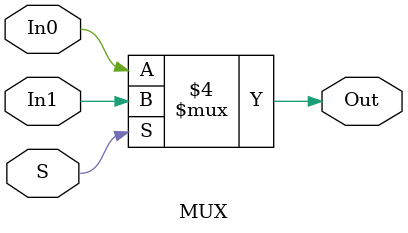
<source format=v>
module MUX(In0, In1, S, Out);

input In0, In1, S;
output reg Out;

always @(*)
	begin
	
	if(~S)
	Out = In0;
	
	else
	Out = In1;
	
	end
endmodule

</source>
